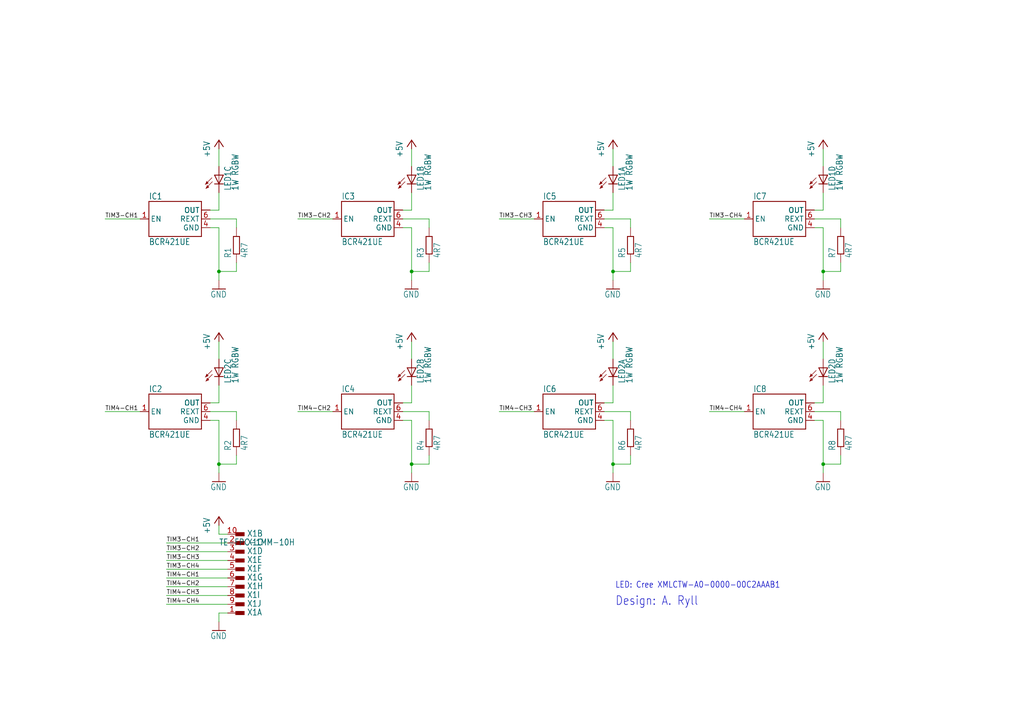
<source format=kicad_sch>
(kicad_sch (version 20250114) (generator "eeschema") (generator_version "9.0")
  (paper "A4")
  (lib_symbols
    (symbol "Front LEDs v1b-eagle-import:+5V" (power)
      (symbol "+5V_1_0"
        (polyline (pts (xy 0 0) (xy -1.27 -1.905)) (stroke (width 0.254)))
        (polyline (pts (xy 1.27 -1.905) (xy 0 0)) (stroke (width 0.254)))
        (pin power_in line (at 0 -2.54 90) (length 2.54) (name "+5V") (number "1"))
      )
    )
    (symbol "Front LEDs v1b-eagle-import:BCR420_1"
      (property "Reference" "IC" (at -7.62 5.588 0))
      (symbol "BCR420_1_1_0"
        (polyline (pts (xy -7.62 5.08) (xy 7.62 5.08)) (stroke (width 0.254)))
        (polyline (pts (xy -7.62 -5.08) (xy -7.62 5.08)) (stroke (width 0.254)))
        (polyline (pts (xy 7.62 5.08) (xy 7.62 -5.08)) (stroke (width 0.254)))
        (polyline (pts (xy 7.62 -5.08) (xy -7.62 -5.08)) (stroke (width 0.254)))
        (pin bidirectional line (at -10.16 0 0) (length 2.54) (name "EN") (number "1"))
        (pin bidirectional line (at 10.16 2.54 180) (length 2.54) (name "OUT") (number "2"))
        (pin bidirectional line (at 10.16 2.54 180) (length 2.54) (name "OUT") (number "3"))
        (pin bidirectional line (at 10.16 2.54 180) (length 2.54) (name "OUT") (number "5"))
        (pin bidirectional line (at 10.16 0 180) (length 2.54) (name "REXT") (number "6"))
        (pin bidirectional line (at 10.16 -2.54 180) (length 2.54) (name "GND") (number "4"))
      )
    )
    (symbol "Front LEDs v1b-eagle-import:CREE-XLAMP"
      (property "Reference" "LED" (at 3.556 -4.572 90))
      (symbol "CREE-XLAMP_1_0"
        (polyline (pts (xy -4.032 -2.7323) (xy -3.143 -2.3513) (xy -3.651 -1.8433)) (stroke (width 0.1524)) (fill (type outline)))
        (polyline (pts (xy -3.8347 -3.8662) (xy -2.9457 -3.4852) (xy -3.4537 -2.9772)) (stroke (width 0.1524)) (fill (type outline)))
        (polyline (pts (xy -2.032 -0.762) (xy -3.429 -2.159)) (stroke (width 0.1524)))
        (polyline (pts (xy -1.905 -1.905) (xy -3.302 -3.302)) (stroke (width 0.1524)))
        (polyline (pts (xy 0 0) (xy -1.27 0)) (stroke (width 0.254)))
        (polyline (pts (xy 0 0) (xy 0 -2.54)) (stroke (width 0.1524)))
        (polyline (pts (xy 0 -2.54) (xy -1.27 0)) (stroke (width 0.254)))
        (polyline (pts (xy 0 -2.54) (xy -1.27 -2.54)) (stroke (width 0.254)))
        (polyline (pts (xy 1.27 0) (xy 0 0)) (stroke (width 0.254)))
        (polyline (pts (xy 1.27 0) (xy 0 -2.54)) (stroke (width 0.254)))
        (polyline (pts (xy 1.27 -2.54) (xy 0 -2.54)) (stroke (width 0.254)))
        (pin passive line (at 0 2.54 270) (length 2.54) (name "A") (number "3"))
        (pin passive line (at 0 -5.08 90) (length 2.54) (name "C") (number "6"))
      )
      (symbol "CREE-XLAMP_2_0"
        (polyline (pts (xy -4.0352 -2.7175) (xy -3.1462 -2.3365) (xy -3.6542 -1.8285)) (stroke (width 0.1524)) (fill (type outline)))
        (polyline (pts (xy -3.8815 -3.8465) (xy -2.9925 -3.4655) (xy -3.5005 -2.9575)) (stroke (width 0.1524)) (fill (type outline)))
        (polyline (pts (xy -2.032 -0.762) (xy -3.429 -2.159)) (stroke (width 0.1524)))
        (polyline (pts (xy -1.905 -1.905) (xy -3.302 -3.302)) (stroke (width 0.1524)))
        (polyline (pts (xy 0 0) (xy -1.27 0)) (stroke (width 0.254)))
        (polyline (pts (xy 0 0) (xy 0 -2.54)) (stroke (width 0.1524)))
        (polyline (pts (xy 0 -2.54) (xy -1.27 0)) (stroke (width 0.254)))
        (polyline (pts (xy 0 -2.54) (xy -1.27 -2.54)) (stroke (width 0.254)))
        (polyline (pts (xy 1.27 0) (xy 0 0)) (stroke (width 0.254)))
        (polyline (pts (xy 1.27 0) (xy 0 -2.54)) (stroke (width 0.254)))
        (polyline (pts (xy 1.27 -2.54) (xy 0 -2.54)) (stroke (width 0.254)))
        (pin passive line (at 0 2.54 270) (length 2.54) (name "A") (number "2"))
        (pin passive line (at 0 -5.08 90) (length 2.54) (name "C") (number "7"))
      )
      (symbol "CREE-XLAMP_3_0"
        (polyline (pts (xy -3.9827 -2.6929) (xy -3.0937 -2.3119) (xy -3.6017 -1.8039)) (stroke (width 0.1524)) (fill (type outline)))
        (polyline (pts (xy -3.824 -3.8662) (xy -2.935 -3.4852) (xy -3.443 -2.9772)) (stroke (width 0.1524)) (fill (type outline)))
        (polyline (pts (xy -2.032 -0.762) (xy -3.429 -2.159)) (stroke (width 0.1524)))
        (polyline (pts (xy -1.905 -1.905) (xy -3.302 -3.302)) (stroke (width 0.1524)))
        (polyline (pts (xy 0 0) (xy -1.27 0)) (stroke (width 0.254)))
        (polyline (pts (xy 0 0) (xy 0 -2.54)) (stroke (width 0.1524)))
        (polyline (pts (xy 0 -2.54) (xy -1.27 0)) (stroke (width 0.254)))
        (polyline (pts (xy 0 -2.54) (xy -1.27 -2.54)) (stroke (width 0.254)))
        (polyline (pts (xy 1.27 0) (xy 0 0)) (stroke (width 0.254)))
        (polyline (pts (xy 1.27 0) (xy 0 -2.54)) (stroke (width 0.254)))
        (polyline (pts (xy 1.27 -2.54) (xy 0 -2.54)) (stroke (width 0.254)))
        (pin passive line (at 0 2.54 270) (length 2.54) (name "A") (number "1"))
        (pin passive line (at 0 -5.08 90) (length 2.54) (name "C") (number "8"))
      )
      (symbol "CREE-XLAMP_4_0"
        (polyline (pts (xy -3.9827 -2.6633) (xy -3.0937 -2.2823) (xy -3.6017 -1.7743)) (stroke (width 0.1524)) (fill (type outline)))
        (polyline (pts (xy -3.9521 -3.9056) (xy -3.0631 -3.5246) (xy -3.5711 -3.0166)) (stroke (width 0.1524)) (fill (type outline)))
        (polyline (pts (xy -2.032 -0.762) (xy -3.429 -2.159)) (stroke (width 0.1524)))
        (polyline (pts (xy -1.905 -1.905) (xy -3.302 -3.302)) (stroke (width 0.1524)))
        (polyline (pts (xy 0 0) (xy -1.27 0)) (stroke (width 0.254)))
        (polyline (pts (xy 0 0) (xy 0 -2.54)) (stroke (width 0.1524)))
        (polyline (pts (xy 0 -2.54) (xy -1.27 0)) (stroke (width 0.254)))
        (polyline (pts (xy 0 -2.54) (xy -1.27 -2.54)) (stroke (width 0.254)))
        (polyline (pts (xy 1.27 0) (xy 0 0)) (stroke (width 0.254)))
        (polyline (pts (xy 1.27 0) (xy 0 -2.54)) (stroke (width 0.254)))
        (polyline (pts (xy 1.27 -2.54) (xy 0 -2.54)) (stroke (width 0.254)))
        (pin passive line (at 0 2.54 270) (length 2.54) (name "A") (number "4"))
        (pin passive line (at 0 -5.08 90) (length 2.54) (name "C") (number "5"))
      )
    )
    (symbol "Front LEDs v1b-eagle-import:GND" (power)
      (symbol "GND_1_0"
        (polyline (pts (xy -1.905 0) (xy 1.905 0)) (stroke (width 0.254)))
        (pin power_in line (at 0 2.54 270) (length 2.54) (name "GND") (number "1"))
      )
    )
    (symbol "Front LEDs v1b-eagle-import:R-EU_R0805"
      (property "Reference" "R" (at -3.81 1.4986 0))
      (symbol "R-EU_R0805_1_0"
        (polyline (pts (xy -2.54 -0.889) (xy -2.54 0.889)) (stroke (width 0.254)))
        (polyline (pts (xy -2.54 -0.889) (xy 2.54 -0.889)) (stroke (width 0.254)))
        (polyline (pts (xy 2.54 0.889) (xy -2.54 0.889)) (stroke (width 0.254)))
        (polyline (pts (xy 2.54 -0.889) (xy 2.54 0.889)) (stroke (width 0.254)))
        (pin passive line (at -5.08 0 0) (length 2.54) (name "1") (number "1"))
        (pin passive line (at 5.08 0 180) (length 2.54) (name "2") (number "2"))
      )
    )
    (symbol "Front LEDs v1b-eagle-import:TE-FPC-1MM-10H"
      (property "Reference" "X" (at 5.588 -0.762 0))
      (symbol "TE-FPC-1MM-10H_1_0"
        (rectangle (start 2.286 -0.508) (end 4.826 0.508) (fill (type outline)))
        (pin bidirectional line (at 0 0 0) (length 2.54) (name "-1") (number "1"))
      )
      (symbol "TE-FPC-1MM-10H_2_0"
        (rectangle (start 2.286 -0.508) (end 4.826 0.508) (fill (type outline)))
        (pin bidirectional line (at 0 0 0) (length 2.54) (name "-1") (number "10"))
      )
      (symbol "TE-FPC-1MM-10H_3_0"
        (rectangle (start 2.286 -0.508) (end 4.826 0.508) (fill (type outline)))
        (pin bidirectional line (at 0 0 0) (length 2.54) (name "-1") (number "2"))
      )
      (symbol "TE-FPC-1MM-10H_4_0"
        (rectangle (start 2.286 -0.508) (end 4.826 0.508) (fill (type outline)))
        (pin bidirectional line (at 0 0 0) (length 2.54) (name "-1") (number "3"))
      )
      (symbol "TE-FPC-1MM-10H_5_0"
        (rectangle (start 2.286 -0.508) (end 4.826 0.508) (fill (type outline)))
        (pin bidirectional line (at 0 0 0) (length 2.54) (name "-1") (number "4"))
      )
      (symbol "TE-FPC-1MM-10H_6_0"
        (rectangle (start 2.286 -0.508) (end 4.826 0.508) (fill (type outline)))
        (pin bidirectional line (at 0 0 0) (length 2.54) (name "-1") (number "5"))
      )
      (symbol "TE-FPC-1MM-10H_7_0"
        (rectangle (start 2.286 -0.508) (end 4.826 0.508) (fill (type outline)))
        (pin bidirectional line (at 0 0 0) (length 2.54) (name "-1") (number "6"))
      )
      (symbol "TE-FPC-1MM-10H_8_0"
        (rectangle (start 2.286 -0.508) (end 4.826 0.508) (fill (type outline)))
        (pin bidirectional line (at 0 0 0) (length 2.54) (name "-1") (number "7"))
      )
      (symbol "TE-FPC-1MM-10H_9_0"
        (rectangle (start 2.286 -0.508) (end 4.826 0.508) (fill (type outline)))
        (pin bidirectional line (at 0 0 0) (length 2.54) (name "-1") (number "8"))
      )
      (symbol "TE-FPC-1MM-10H_10_0"
        (rectangle (start 2.286 -0.508) (end 4.826 0.508) (fill (type outline)))
        (pin bidirectional line (at 0 0 0) (length 2.54) (name "-1") (number "9"))
      )
    )
  )
  (text "LED: Cree XMLCTW-A0-0000-00C2AAAB1" (at 178.435 170.815 0) (effects (font (size 1.778 1.5113)) (justify left bottom)))
  (text "Design: A. Ryll" (at 178.435 175.895 0) (effects (font (size 2.54 2.159)) (justify left bottom)))
  (junction (at 238.76 134.62))
  (junction (at 63.5 78.74))
  (junction (at 177.8 134.62))
  (junction (at 119.38 134.62))
  (junction (at 177.8 78.74))
  (junction (at 119.38 78.74))
  (junction (at 238.76 78.74))
  (junction (at 63.5 134.62))
  (wire (pts (xy 175.26 116.84) (xy 177.8 116.84)) (stroke (width 0.1524)))
  (wire (pts (xy 243.84 134.62) (xy 243.84 132.08)) (stroke (width 0.1524)))
  (wire (pts (xy 116.84 66.04) (xy 119.38 66.04)) (stroke (width 0.1524)))
  (wire (pts (xy 124.46 78.74) (xy 124.46 76.2)) (stroke (width 0.1524)))
  (wire (pts (xy 66.04 162.56) (xy 48.26 162.56)) (stroke (width 0.1524)))
  (wire (pts (xy 63.5 121.92) (xy 63.5 134.62)) (stroke (width 0.1524)))
  (wire (pts (xy 116.84 119.38) (xy 124.46 119.38)) (stroke (width 0.1524)))
  (wire (pts (xy 119.38 78.74) (xy 119.38 81.28)) (stroke (width 0.1524)))
  (wire (pts (xy 63.5 60.96) (xy 63.5 55.88)) (stroke (width 0.1524)))
  (wire (pts (xy 116.84 63.5) (xy 124.46 63.5)) (stroke (width 0.1524)))
  (wire (pts (xy 177.8 104.14) (xy 177.8 99.06)) (stroke (width 0.1524)))
  (wire (pts (xy 177.8 66.04) (xy 177.8 78.74)) (stroke (width 0.1524)))
  (wire (pts (xy 63.5 116.84) (xy 63.5 111.76)) (stroke (width 0.1524)))
  (wire (pts (xy 63.5 104.14) (xy 63.5 99.06)) (stroke (width 0.1524)))
  (wire (pts (xy 243.84 78.74) (xy 243.84 76.2)) (stroke (width 0.1524)))
  (wire (pts (xy 66.04 172.72) (xy 48.26 172.72)) (stroke (width 0.1524)))
  (wire (pts (xy 68.58 134.62) (xy 68.58 132.08)) (stroke (width 0.1524)))
  (wire (pts (xy 116.84 121.92) (xy 119.38 121.92)) (stroke (width 0.1524)))
  (wire (pts (xy 63.5 154.94) (xy 63.5 152.4)) (stroke (width 0.1524)))
  (wire (pts (xy 96.52 63.5) (xy 86.36 63.5)) (stroke (width 0.1524)))
  (wire (pts (xy 63.5 134.62) (xy 63.5 137.16)) (stroke (width 0.1524)))
  (wire (pts (xy 215.9 119.38) (xy 205.74 119.38)) (stroke (width 0.1524)))
  (wire (pts (xy 236.22 121.92) (xy 238.76 121.92)) (stroke (width 0.1524)))
  (wire (pts (xy 236.22 66.04) (xy 238.76 66.04)) (stroke (width 0.1524)))
  (wire (pts (xy 182.88 78.74) (xy 182.88 76.2)) (stroke (width 0.1524)))
  (wire (pts (xy 238.76 60.96) (xy 238.76 55.88)) (stroke (width 0.1524)))
  (wire (pts (xy 119.38 48.26) (xy 119.38 43.18)) (stroke (width 0.1524)))
  (wire (pts (xy 238.76 104.14) (xy 238.76 99.06)) (stroke (width 0.1524)))
  (wire (pts (xy 236.22 116.84) (xy 238.76 116.84)) (stroke (width 0.1524)))
  (wire (pts (xy 175.26 60.96) (xy 177.8 60.96)) (stroke (width 0.1524)))
  (wire (pts (xy 66.04 167.64) (xy 48.26 167.64)) (stroke (width 0.1524)))
  (wire (pts (xy 154.94 119.38) (xy 144.78 119.38)) (stroke (width 0.1524)))
  (wire (pts (xy 175.26 63.5) (xy 182.88 63.5)) (stroke (width 0.1524)))
  (wire (pts (xy 119.38 134.62) (xy 124.46 134.62)) (stroke (width 0.1524)))
  (wire (pts (xy 60.96 121.92) (xy 63.5 121.92)) (stroke (width 0.1524)))
  (wire (pts (xy 66.04 175.26) (xy 48.26 175.26)) (stroke (width 0.1524)))
  (wire (pts (xy 68.58 119.38) (xy 68.58 121.92)) (stroke (width 0.1524)))
  (wire (pts (xy 177.8 134.62) (xy 182.88 134.62)) (stroke (width 0.1524)))
  (wire (pts (xy 238.76 48.26) (xy 238.76 43.18)) (stroke (width 0.1524)))
  (wire (pts (xy 66.04 160.02) (xy 48.26 160.02)) (stroke (width 0.1524)))
  (wire (pts (xy 63.5 66.04) (xy 63.5 78.74)) (stroke (width 0.1524)))
  (wire (pts (xy 96.52 119.38) (xy 86.36 119.38)) (stroke (width 0.1524)))
  (wire (pts (xy 182.88 134.62) (xy 182.88 132.08)) (stroke (width 0.1524)))
  (wire (pts (xy 238.76 121.92) (xy 238.76 134.62)) (stroke (width 0.1524)))
  (wire (pts (xy 66.04 157.48) (xy 48.26 157.48)) (stroke (width 0.1524)))
  (wire (pts (xy 124.46 134.62) (xy 124.46 132.08)) (stroke (width 0.1524)))
  (wire (pts (xy 60.96 63.5) (xy 68.58 63.5)) (stroke (width 0.1524)))
  (wire (pts (xy 63.5 78.74) (xy 68.58 78.74)) (stroke (width 0.1524)))
  (wire (pts (xy 215.9 63.5) (xy 205.74 63.5)) (stroke (width 0.1524)))
  (wire (pts (xy 63.5 48.26) (xy 63.5 43.18)) (stroke (width 0.1524)))
  (wire (pts (xy 124.46 63.5) (xy 124.46 66.04)) (stroke (width 0.1524)))
  (wire (pts (xy 124.46 119.38) (xy 124.46 121.92)) (stroke (width 0.1524)))
  (wire (pts (xy 66.04 165.1) (xy 48.26 165.1)) (stroke (width 0.1524)))
  (wire (pts (xy 177.8 48.26) (xy 177.8 43.18)) (stroke (width 0.1524)))
  (wire (pts (xy 175.26 121.92) (xy 177.8 121.92)) (stroke (width 0.1524)))
  (wire (pts (xy 119.38 60.96) (xy 119.38 55.88)) (stroke (width 0.1524)))
  (wire (pts (xy 60.96 119.38) (xy 68.58 119.38)) (stroke (width 0.1524)))
  (wire (pts (xy 243.84 63.5) (xy 243.84 66.04)) (stroke (width 0.1524)))
  (wire (pts (xy 116.84 60.96) (xy 119.38 60.96)) (stroke (width 0.1524)))
  (wire (pts (xy 119.38 121.92) (xy 119.38 134.62)) (stroke (width 0.1524)))
  (wire (pts (xy 60.96 66.04) (xy 63.5 66.04)) (stroke (width 0.1524)))
  (wire (pts (xy 66.04 154.94) (xy 63.5 154.94)) (stroke (width 0.1524)))
  (wire (pts (xy 175.26 119.38) (xy 182.88 119.38)) (stroke (width 0.1524)))
  (wire (pts (xy 154.94 63.5) (xy 144.78 63.5)) (stroke (width 0.1524)))
  (wire (pts (xy 60.96 60.96) (xy 63.5 60.96)) (stroke (width 0.1524)))
  (wire (pts (xy 40.64 63.5) (xy 30.48 63.5)) (stroke (width 0.1524)))
  (wire (pts (xy 119.38 104.14) (xy 119.38 99.06)) (stroke (width 0.1524)))
  (wire (pts (xy 119.38 66.04) (xy 119.38 78.74)) (stroke (width 0.1524)))
  (wire (pts (xy 177.8 121.92) (xy 177.8 134.62)) (stroke (width 0.1524)))
  (wire (pts (xy 177.8 116.84) (xy 177.8 111.76)) (stroke (width 0.1524)))
  (wire (pts (xy 119.38 78.74) (xy 124.46 78.74)) (stroke (width 0.1524)))
  (wire (pts (xy 238.76 134.62) (xy 243.84 134.62)) (stroke (width 0.1524)))
  (wire (pts (xy 68.58 63.5) (xy 68.58 66.04)) (stroke (width 0.1524)))
  (wire (pts (xy 238.76 78.74) (xy 238.76 81.28)) (stroke (width 0.1524)))
  (wire (pts (xy 182.88 119.38) (xy 182.88 121.92)) (stroke (width 0.1524)))
  (wire (pts (xy 238.76 134.62) (xy 238.76 137.16)) (stroke (width 0.1524)))
  (wire (pts (xy 238.76 78.74) (xy 243.84 78.74)) (stroke (width 0.1524)))
  (wire (pts (xy 177.8 78.74) (xy 182.88 78.74)) (stroke (width 0.1524)))
  (wire (pts (xy 119.38 134.62) (xy 119.38 137.16)) (stroke (width 0.1524)))
  (wire (pts (xy 68.58 78.74) (xy 68.58 76.2)) (stroke (width 0.1524)))
  (wire (pts (xy 177.8 60.96) (xy 177.8 55.88)) (stroke (width 0.1524)))
  (wire (pts (xy 182.88 63.5) (xy 182.88 66.04)) (stroke (width 0.1524)))
  (wire (pts (xy 63.5 177.8) (xy 63.5 180.34)) (stroke (width 0.1524)))
  (wire (pts (xy 238.76 66.04) (xy 238.76 78.74)) (stroke (width 0.1524)))
  (wire (pts (xy 116.84 116.84) (xy 119.38 116.84)) (stroke (width 0.1524)))
  (wire (pts (xy 63.5 134.62) (xy 68.58 134.62)) (stroke (width 0.1524)))
  (wire (pts (xy 175.26 66.04) (xy 177.8 66.04)) (stroke (width 0.1524)))
  (wire (pts (xy 177.8 134.62) (xy 177.8 137.16)) (stroke (width 0.1524)))
  (wire (pts (xy 238.76 116.84) (xy 238.76 111.76)) (stroke (width 0.1524)))
  (wire (pts (xy 60.96 116.84) (xy 63.5 116.84)) (stroke (width 0.1524)))
  (wire (pts (xy 40.64 119.38) (xy 30.48 119.38)) (stroke (width 0.1524)))
  (wire (pts (xy 236.22 119.38) (xy 243.84 119.38)) (stroke (width 0.1524)))
  (wire (pts (xy 119.38 116.84) (xy 119.38 111.76)) (stroke (width 0.1524)))
  (wire (pts (xy 66.04 177.8) (xy 63.5 177.8)) (stroke (width 0.1524)))
  (wire (pts (xy 63.5 78.74) (xy 63.5 81.28)) (stroke (width 0.1524)))
  (wire (pts (xy 177.8 78.74) (xy 177.8 81.28)) (stroke (width 0.1524)))
  (wire (pts (xy 243.84 119.38) (xy 243.84 121.92)) (stroke (width 0.1524)))
  (wire (pts (xy 236.22 60.96) (xy 238.76 60.96)) (stroke (width 0.1524)))
  (wire (pts (xy 66.04 170.18) (xy 48.26 170.18)) (stroke (width 0.1524)))
  (wire (pts (xy 236.22 63.5) (xy 243.84 63.5)) (stroke (width 0.1524)))
  (label "TIM4-CH3" (at 144.78 119.38 0) (effects (font (size 1.2446 1.2446))))
  (label "TIM4-CH4" (at 205.74 119.38 0) (effects (font (size 1.2446 1.2446))))
  (label "TIM3-CH3" (at 48.26 162.56 0) (effects (font (size 1.2446 1.2446))))
  (label "TIM4-CH2" (at 48.26 170.18 0) (effects (font (size 1.2446 1.2446))))
  (label "TIM4-CH3" (at 48.26 172.72 0) (effects (font (size 1.2446 1.2446))))
  (label "TIM4-CH2" (at 86.36 119.38 0) (effects (font (size 1.2446 1.2446))))
  (label "TIM4-CH1" (at 48.26 167.64 0) (effects (font (size 1.2446 1.2446))))
  (label "TIM3-CH4" (at 205.74 63.5 0) (effects (font (size 1.2446 1.2446))))
  (label "TIM4-CH1" (at 30.48 119.38 0) (effects (font (size 1.2446 1.2446))))
  (label "TIM3-CH2" (at 48.26 160.02 0) (effects (font (size 1.2446 1.2446))))
  (label "TIM3-CH3" (at 144.78 63.5 0) (effects (font (size 1.2446 1.2446))))
  (label "TIM3-CH1" (at 30.48 63.5 0) (effects (font (size 1.2446 1.2446))))
  (label "TIM3-CH2" (at 86.36 63.5 0) (effects (font (size 1.2446 1.2446))))
  (label "TIM4-CH4" (at 48.26 175.26 0) (effects (font (size 1.2446 1.2446))))
  (label "TIM3-CH1" (at 48.26 157.48 0) (effects (font (size 1.2446 1.2446))))
  (label "TIM3-CH4" (at 48.26 165.1 0) (effects (font (size 1.2446 1.2446))))
  (symbol (lib_id "Front LEDs v1b-eagle-import:CREE-XLAMP") (at 119.38 50.8 0) (unit 2)
    (property "Reference" "LED1" (at 122.936 55.372 90) (effects (font (size 1.778 1.5113)) (justify left bottom)))
    (property "Value" "1W RGBW" (at 125.095 55.372 90) (effects (font (size 1.778 1.5113)) (justify left bottom)))
    (property "Footprint" "Front LEDs v1b:CREE-XLAMP" (effects (hide yes)))
    (property "PARTNR" "XMLCTW-A0-0000-00C2AAAB1" (effects (hide yes)))
  )
  (symbol (lib_id "Front LEDs v1b-eagle-import:BCR420_1") (at 106.68 63.5 0) (unit 1)
    (property "Reference" "IC3" (at 99.06 57.912 0) (effects (font (size 1.778 1.5113)) (justify left bottom)))
    (property "Value" "BCR421UE" (at 99.06 71.12 0) (effects (font (size 1.778 1.5113)) (justify left bottom)))
    (property "Footprint" "Front LEDs v1b:SOT26" (effects (hide yes)))
  )
  (symbol (lib_id "Front LEDs v1b-eagle-import:GND") (at 177.8 139.7 0) (unit 1)
    (property "Reference" "#GND7" (effects (hide yes)))
    (property "Value" "GND" (at 175.26 142.24 0) (effects (font (size 1.778 1.5113)) (justify left bottom)))
  )
  (symbol (lib_id "Front LEDs v1b-eagle-import:+5V") (at 119.38 96.52 0) (unit 1)
    (property "Reference" "#P+5" (effects (hide yes)))
    (property "Value" "+5V" (at 116.84 101.6 90) (effects (font (size 1.778 1.5113)) (justify left bottom)))
  )
  (symbol (lib_id "Front LEDs v1b-eagle-import:R-EU_R0805") (at 243.84 127 90) (unit 1)
    (property "Reference" "R8" (at 242.3414 130.81 0) (effects (font (size 1.778 1.5113)) (justify left bottom)))
    (property "Value" "4R7" (at 247.142 130.81 0) (effects (font (size 1.778 1.5113)) (justify left bottom)))
    (property "Footprint" "Front LEDs v1b:R0805" (effects (hide yes)))
  )
  (symbol (lib_id "Front LEDs v1b-eagle-import:BCR420_1") (at 165.1 63.5 0) (unit 1)
    (property "Reference" "IC5" (at 157.48 57.912 0) (effects (font (size 1.778 1.5113)) (justify left bottom)))
    (property "Value" "BCR421UE" (at 157.48 71.12 0) (effects (font (size 1.778 1.5113)) (justify left bottom)))
    (property "Footprint" "Front LEDs v1b:SOT26" (effects (hide yes)))
  )
  (symbol (lib_id "Front LEDs v1b-eagle-import:BCR420_1") (at 50.8 63.5 0) (unit 1)
    (property "Reference" "IC1" (at 43.18 57.912 0) (effects (font (size 1.778 1.5113)) (justify left bottom)))
    (property "Value" "BCR421UE" (at 43.18 71.12 0) (effects (font (size 1.778 1.5113)) (justify left bottom)))
    (property "Footprint" "Front LEDs v1b:SOT26" (effects (hide yes)))
  )
  (symbol (lib_id "Front LEDs v1b-eagle-import:+5V") (at 63.5 96.52 0) (unit 1)
    (property "Reference" "#P+2" (effects (hide yes)))
    (property "Value" "+5V" (at 60.96 101.6 90) (effects (font (size 1.778 1.5113)) (justify left bottom)))
  )
  (symbol (lib_id "Front LEDs v1b-eagle-import:+5V") (at 177.8 40.64 0) (unit 1)
    (property "Reference" "#P+6" (effects (hide yes)))
    (property "Value" "+5V" (at 175.26 45.72 90) (effects (font (size 1.778 1.5113)) (justify left bottom)))
  )
  (symbol (lib_id "Front LEDs v1b-eagle-import:TE-FPC-1MM-10H") (at 66.04 177.8 0) (unit 1)
    (property "Reference" "X1" (at 71.628 178.562 0) (effects (font (size 1.778 1.5113)) (justify left bottom)))
    (property "Value" "TE-FPC-1MM-10H" (effects (hide yes)))
    (property "Footprint" "Front LEDs v1b:TE-1-84952-0" (effects (hide yes)))
  )
  (symbol (lib_id "Front LEDs v1b-eagle-import:BCR420_1") (at 226.06 63.5 0) (unit 1)
    (property "Reference" "IC7" (at 218.44 57.912 0) (effects (font (size 1.778 1.5113)) (justify left bottom)))
    (property "Value" "BCR421UE" (at 218.44 71.12 0) (effects (font (size 1.778 1.5113)) (justify left bottom)))
    (property "Footprint" "Front LEDs v1b:SOT26" (effects (hide yes)))
  )
  (symbol (lib_id "Front LEDs v1b-eagle-import:R-EU_R0805") (at 124.46 127 90) (unit 1)
    (property "Reference" "R4" (at 122.9614 130.81 0) (effects (font (size 1.778 1.5113)) (justify left bottom)))
    (property "Value" "4R7" (at 127.762 130.81 0) (effects (font (size 1.778 1.5113)) (justify left bottom)))
    (property "Footprint" "Front LEDs v1b:R0805" (effects (hide yes)))
  )
  (symbol (lib_id "Front LEDs v1b-eagle-import:GND") (at 119.38 83.82 0) (unit 1)
    (property "Reference" "#GND4" (effects (hide yes)))
    (property "Value" "GND" (at 116.84 86.36 0) (effects (font (size 1.778 1.5113)) (justify left bottom)))
  )
  (symbol (lib_id "Front LEDs v1b-eagle-import:GND") (at 238.76 83.82 0) (unit 1)
    (property "Reference" "#GND8" (effects (hide yes)))
    (property "Value" "GND" (at 236.22 86.36 0) (effects (font (size 1.778 1.5113)) (justify left bottom)))
  )
  (symbol (lib_id "Front LEDs v1b-eagle-import:BCR420_1") (at 226.06 119.38 0) (unit 1)
    (property "Reference" "IC8" (at 218.44 113.792 0) (effects (font (size 1.778 1.5113)) (justify left bottom)))
    (property "Value" "BCR421UE" (at 218.44 127 0) (effects (font (size 1.778 1.5113)) (justify left bottom)))
    (property "Footprint" "Front LEDs v1b:SOT26" (effects (hide yes)))
  )
  (symbol (lib_id "Front LEDs v1b-eagle-import:GND") (at 63.5 83.82 0) (unit 1)
    (property "Reference" "#GND1" (effects (hide yes)))
    (property "Value" "GND" (at 60.96 86.36 0) (effects (font (size 1.778 1.5113)) (justify left bottom)))
  )
  (symbol (lib_id "Front LEDs v1b-eagle-import:+5V") (at 238.76 96.52 0) (unit 1)
    (property "Reference" "#P+9" (effects (hide yes)))
    (property "Value" "+5V" (at 236.22 101.6 90) (effects (font (size 1.778 1.5113)) (justify left bottom)))
  )
  (symbol (lib_id "Front LEDs v1b-eagle-import:+5V") (at 238.76 40.64 0) (unit 1)
    (property "Reference" "#P+8" (effects (hide yes)))
    (property "Value" "+5V" (at 236.22 45.72 90) (effects (font (size 1.778 1.5113)) (justify left bottom)))
  )
  (symbol (lib_id "Front LEDs v1b-eagle-import:CREE-XLAMP") (at 177.8 50.8 0) (unit 1)
    (property "Reference" "LED1" (at 181.356 55.372 90) (effects (font (size 1.778 1.5113)) (justify left bottom)))
    (property "Value" "1W RGBW" (at 183.515 55.372 90) (effects (font (size 1.778 1.5113)) (justify left bottom)))
    (property "Footprint" "Front LEDs v1b:CREE-XLAMP" (effects (hide yes)))
    (property "PARTNR" "XMLCTW-A0-0000-00C2AAAB1" (effects (hide yes)))
  )
  (symbol (lib_id "Front LEDs v1b-eagle-import:TE-FPC-1MM-10H") (at 66.04 160.02 0) (unit 4)
    (property "Reference" "X1" (at 71.628 160.782 0) (effects (font (size 1.778 1.5113)) (justify left bottom)))
    (property "Value" "TE-FPC-1MM-10H" (effects (hide yes)))
    (property "Footprint" "Front LEDs v1b:TE-1-84952-0" (effects (hide yes)))
  )
  (symbol (lib_id "Front LEDs v1b-eagle-import:GND") (at 119.38 139.7 0) (unit 1)
    (property "Reference" "#GND5" (effects (hide yes)))
    (property "Value" "GND" (at 116.84 142.24 0) (effects (font (size 1.778 1.5113)) (justify left bottom)))
  )
  (symbol (lib_id "Front LEDs v1b-eagle-import:TE-FPC-1MM-10H") (at 66.04 154.94 0) (unit 2)
    (property "Reference" "X1" (at 71.628 155.702 0) (effects (font (size 1.778 1.5113)) (justify left bottom)))
    (property "Value" "TE-FPC-1MM-10H" (at 63.5 158.242 0) (effects (font (size 1.778 1.5113)) (justify left bottom)))
    (property "Footprint" "Front LEDs v1b:TE-1-84952-0" (effects (hide yes)))
  )
  (symbol (lib_id "Front LEDs v1b-eagle-import:GND") (at 238.76 139.7 0) (unit 1)
    (property "Reference" "#GND9" (effects (hide yes)))
    (property "Value" "GND" (at 236.22 142.24 0) (effects (font (size 1.778 1.5113)) (justify left bottom)))
  )
  (symbol (lib_id "Front LEDs v1b-eagle-import:TE-FPC-1MM-10H") (at 66.04 162.56 0) (unit 5)
    (property "Reference" "X1" (at 71.628 163.322 0) (effects (font (size 1.778 1.5113)) (justify left bottom)))
    (property "Value" "TE-FPC-1MM-10H" (effects (hide yes)))
    (property "Footprint" "Front LEDs v1b:TE-1-84952-0" (effects (hide yes)))
  )
  (symbol (lib_id "Front LEDs v1b-eagle-import:TE-FPC-1MM-10H") (at 66.04 170.18 0) (unit 8)
    (property "Reference" "X1" (at 71.628 170.942 0) (effects (font (size 1.778 1.5113)) (justify left bottom)))
    (property "Value" "TE-FPC-1MM-10H" (effects (hide yes)))
    (property "Footprint" "Front LEDs v1b:TE-1-84952-0" (effects (hide yes)))
  )
  (symbol (lib_id "Front LEDs v1b-eagle-import:R-EU_R0805") (at 68.58 127 90) (unit 1)
    (property "Reference" "R2" (at 67.0814 130.81 0) (effects (font (size 1.778 1.5113)) (justify left bottom)))
    (property "Value" "4R7" (at 71.882 130.81 0) (effects (font (size 1.778 1.5113)) (justify left bottom)))
    (property "Footprint" "Front LEDs v1b:R0805" (effects (hide yes)))
  )
  (symbol (lib_id "Front LEDs v1b-eagle-import:CREE-XLAMP") (at 63.5 50.8 0) (unit 3)
    (property "Reference" "LED1" (at 67.056 55.372 90) (effects (font (size 1.778 1.5113)) (justify left bottom)))
    (property "Value" "1W RGBW" (at 69.215 55.372 90) (effects (font (size 1.778 1.5113)) (justify left bottom)))
    (property "Footprint" "Front LEDs v1b:CREE-XLAMP" (effects (hide yes)))
    (property "PARTNR" "XMLCTW-A0-0000-00C2AAAB1" (effects (hide yes)))
  )
  (symbol (lib_id "Front LEDs v1b-eagle-import:+5V") (at 63.5 40.64 0) (unit 1)
    (property "Reference" "#P+1" (effects (hide yes)))
    (property "Value" "+5V" (at 60.96 45.72 90) (effects (font (size 1.778 1.5113)) (justify left bottom)))
  )
  (symbol (lib_id "Front LEDs v1b-eagle-import:CREE-XLAMP") (at 119.38 106.68 0) (unit 2)
    (property "Reference" "LED2" (at 122.936 111.252 90) (effects (font (size 1.778 1.5113)) (justify left bottom)))
    (property "Value" "1W RGBW" (at 125.095 111.252 90) (effects (font (size 1.778 1.5113)) (justify left bottom)))
    (property "Footprint" "Front LEDs v1b:CREE-XLAMP" (effects (hide yes)))
    (property "PARTNR" "XMLCTW-A0-0000-00C2AAAB1" (effects (hide yes)))
  )
  (symbol (lib_id "Front LEDs v1b-eagle-import:CREE-XLAMP") (at 177.8 106.68 0) (unit 1)
    (property "Reference" "LED2" (at 181.356 111.252 90) (effects (font (size 1.778 1.5113)) (justify left bottom)))
    (property "Value" "1W RGBW" (at 183.515 111.252 90) (effects (font (size 1.778 1.5113)) (justify left bottom)))
    (property "Footprint" "Front LEDs v1b:CREE-XLAMP" (effects (hide yes)))
    (property "PARTNR" "XMLCTW-A0-0000-00C2AAAB1" (effects (hide yes)))
  )
  (symbol (lib_id "Front LEDs v1b-eagle-import:R-EU_R0805") (at 124.46 71.12 90) (unit 1)
    (property "Reference" "R3" (at 122.9614 74.93 0) (effects (font (size 1.778 1.5113)) (justify left bottom)))
    (property "Value" "4R7" (at 127.762 74.93 0) (effects (font (size 1.778 1.5113)) (justify left bottom)))
    (property "Footprint" "Front LEDs v1b:R0805" (effects (hide yes)))
  )
  (symbol (lib_id "Front LEDs v1b-eagle-import:TE-FPC-1MM-10H") (at 66.04 165.1 0) (unit 6)
    (property "Reference" "X1" (at 71.628 165.862 0) (effects (font (size 1.778 1.5113)) (justify left bottom)))
    (property "Value" "TE-FPC-1MM-10H" (effects (hide yes)))
    (property "Footprint" "Front LEDs v1b:TE-1-84952-0" (effects (hide yes)))
  )
  (symbol (lib_id "Front LEDs v1b-eagle-import:R-EU_R0805") (at 243.84 71.12 90) (unit 1)
    (property "Reference" "R7" (at 242.3414 74.93 0) (effects (font (size 1.778 1.5113)) (justify left bottom)))
    (property "Value" "4R7" (at 247.142 74.93 0) (effects (font (size 1.778 1.5113)) (justify left bottom)))
    (property "Footprint" "Front LEDs v1b:R0805" (effects (hide yes)))
  )
  (symbol (lib_id "Front LEDs v1b-eagle-import:+5V") (at 119.38 40.64 0) (unit 1)
    (property "Reference" "#P+4" (effects (hide yes)))
    (property "Value" "+5V" (at 116.84 45.72 90) (effects (font (size 1.778 1.5113)) (justify left bottom)))
  )
  (symbol (lib_id "Front LEDs v1b-eagle-import:TE-FPC-1MM-10H") (at 66.04 167.64 0) (unit 7)
    (property "Reference" "X1" (at 71.628 168.402 0) (effects (font (size 1.778 1.5113)) (justify left bottom)))
    (property "Value" "TE-FPC-1MM-10H" (effects (hide yes)))
    (property "Footprint" "Front LEDs v1b:TE-1-84952-0" (effects (hide yes)))
  )
  (symbol (lib_id "Front LEDs v1b-eagle-import:CREE-XLAMP") (at 238.76 106.68 0) (unit 4)
    (property "Reference" "LED2" (at 242.316 111.252 90) (effects (font (size 1.778 1.5113)) (justify left bottom)))
    (property "Value" "1W RGBW" (at 244.475 111.252 90) (effects (font (size 1.778 1.5113)) (justify left bottom)))
    (property "Footprint" "Front LEDs v1b:CREE-XLAMP" (effects (hide yes)))
    (property "PARTNR" "XMLCTW-A0-0000-00C2AAAB1" (effects (hide yes)))
  )
  (symbol (lib_id "Front LEDs v1b-eagle-import:BCR420_1") (at 106.68 119.38 0) (unit 1)
    (property "Reference" "IC4" (at 99.06 113.792 0) (effects (font (size 1.778 1.5113)) (justify left bottom)))
    (property "Value" "BCR421UE" (at 99.06 127 0) (effects (font (size 1.778 1.5113)) (justify left bottom)))
    (property "Footprint" "Front LEDs v1b:SOT26" (effects (hide yes)))
  )
  (symbol (lib_id "Front LEDs v1b-eagle-import:TE-FPC-1MM-10H") (at 66.04 157.48 0) (unit 3)
    (property "Reference" "X1" (at 71.628 158.242 0) (effects (font (size 1.778 1.5113)) (justify left bottom)))
    (property "Value" "TE-FPC-1MM-10H" (effects (hide yes)))
    (property "Footprint" "Front LEDs v1b:TE-1-84952-0" (effects (hide yes)))
  )
  (symbol (lib_id "Front LEDs v1b-eagle-import:+5V") (at 63.5 149.86 0) (unit 1)
    (property "Reference" "#P+3" (effects (hide yes)))
    (property "Value" "+5V" (at 60.96 154.94 90) (effects (font (size 1.778 1.5113)) (justify left bottom)))
  )
  (symbol (lib_id "Front LEDs v1b-eagle-import:BCR420_1") (at 165.1 119.38 0) (unit 1)
    (property "Reference" "IC6" (at 157.48 113.792 0) (effects (font (size 1.778 1.5113)) (justify left bottom)))
    (property "Value" "BCR421UE" (at 157.48 127 0) (effects (font (size 1.778 1.5113)) (justify left bottom)))
    (property "Footprint" "Front LEDs v1b:SOT26" (effects (hide yes)))
  )
  (symbol (lib_id "Front LEDs v1b-eagle-import:GND") (at 177.8 83.82 0) (unit 1)
    (property "Reference" "#GND6" (effects (hide yes)))
    (property "Value" "GND" (at 175.26 86.36 0) (effects (font (size 1.778 1.5113)) (justify left bottom)))
  )
  (symbol (lib_id "Front LEDs v1b-eagle-import:CREE-XLAMP") (at 63.5 106.68 0) (unit 3)
    (property "Reference" "LED2" (at 67.056 111.252 90) (effects (font (size 1.778 1.5113)) (justify left bottom)))
    (property "Value" "1W RGBW" (at 69.215 111.252 90) (effects (font (size 1.778 1.5113)) (justify left bottom)))
    (property "Footprint" "Front LEDs v1b:CREE-XLAMP" (effects (hide yes)))
    (property "PARTNR" "XMLCTW-A0-0000-00C2AAAB1" (effects (hide yes)))
  )
  (symbol (lib_id "Front LEDs v1b-eagle-import:BCR420_1") (at 50.8 119.38 0) (unit 1)
    (property "Reference" "IC2" (at 43.18 113.792 0) (effects (font (size 1.778 1.5113)) (justify left bottom)))
    (property "Value" "BCR421UE" (at 43.18 127 0) (effects (font (size 1.778 1.5113)) (justify left bottom)))
    (property "Footprint" "Front LEDs v1b:SOT26" (effects (hide yes)))
  )
  (symbol (lib_id "Front LEDs v1b-eagle-import:CREE-XLAMP") (at 238.76 50.8 0) (unit 4)
    (property "Reference" "LED1" (at 242.316 55.372 90) (effects (font (size 1.778 1.5113)) (justify left bottom)))
    (property "Value" "1W RGBW" (at 244.475 55.372 90) (effects (font (size 1.778 1.5113)) (justify left bottom)))
    (property "Footprint" "Front LEDs v1b:CREE-XLAMP" (effects (hide yes)))
    (property "PARTNR" "XMLCTW-A0-0000-00C2AAAB1" (effects (hide yes)))
  )
  (symbol (lib_id "Front LEDs v1b-eagle-import:GND") (at 63.5 182.88 0) (unit 1)
    (property "Reference" "#GND3" (effects (hide yes)))
    (property "Value" "GND" (at 60.96 185.42 0) (effects (font (size 1.778 1.5113)) (justify left bottom)))
  )
  (symbol (lib_id "Front LEDs v1b-eagle-import:TE-FPC-1MM-10H") (at 66.04 172.72 0) (unit 9)
    (property "Reference" "X1" (at 71.628 173.482 0) (effects (font (size 1.778 1.5113)) (justify left bottom)))
    (property "Value" "TE-FPC-1MM-10H" (effects (hide yes)))
    (property "Footprint" "Front LEDs v1b:TE-1-84952-0" (effects (hide yes)))
  )
  (symbol (lib_id "Front LEDs v1b-eagle-import:TE-FPC-1MM-10H") (at 66.04 175.26 0) (unit 10)
    (property "Reference" "X1" (at 71.628 176.022 0) (effects (font (size 1.778 1.5113)) (justify left bottom)))
    (property "Value" "TE-FPC-1MM-10H" (effects (hide yes)))
    (property "Footprint" "Front LEDs v1b:TE-1-84952-0" (effects (hide yes)))
  )
  (symbol (lib_id "Front LEDs v1b-eagle-import:R-EU_R0805") (at 182.88 127 90) (unit 1)
    (property "Reference" "R6" (at 181.3814 130.81 0) (effects (font (size 1.778 1.5113)) (justify left bottom)))
    (property "Value" "4R7" (at 186.182 130.81 0) (effects (font (size 1.778 1.5113)) (justify left bottom)))
    (property "Footprint" "Front LEDs v1b:R0805" (effects (hide yes)))
  )
  (symbol (lib_id "Front LEDs v1b-eagle-import:R-EU_R0805") (at 182.88 71.12 90) (unit 1)
    (property "Reference" "R5" (at 181.3814 74.93 0) (effects (font (size 1.778 1.5113)) (justify left bottom)))
    (property "Value" "4R7" (at 186.182 74.93 0) (effects (font (size 1.778 1.5113)) (justify left bottom)))
    (property "Footprint" "Front LEDs v1b:R0805" (effects (hide yes)))
  )
  (symbol (lib_id "Front LEDs v1b-eagle-import:GND") (at 63.5 139.7 0) (unit 1)
    (property "Reference" "#GND2" (effects (hide yes)))
    (property "Value" "GND" (at 60.96 142.24 0) (effects (font (size 1.778 1.5113)) (justify left bottom)))
  )
  (symbol (lib_id "Front LEDs v1b-eagle-import:R-EU_R0805") (at 68.58 71.12 90) (unit 1)
    (property "Reference" "R1" (at 67.0814 74.93 0) (effects (font (size 1.778 1.5113)) (justify left bottom)))
    (property "Value" "4R7" (at 71.882 74.93 0) (effects (font (size 1.778 1.5113)) (justify left bottom)))
    (property "Footprint" "Front LEDs v1b:R0805" (effects (hide yes)))
  )
  (symbol (lib_id "Front LEDs v1b-eagle-import:+5V") (at 177.8 96.52 0) (unit 1)
    (property "Reference" "#P+7" (effects (hide yes)))
    (property "Value" "+5V" (at 175.26 101.6 90) (effects (font (size 1.778 1.5113)) (justify left bottom)))
  )
)
</source>
